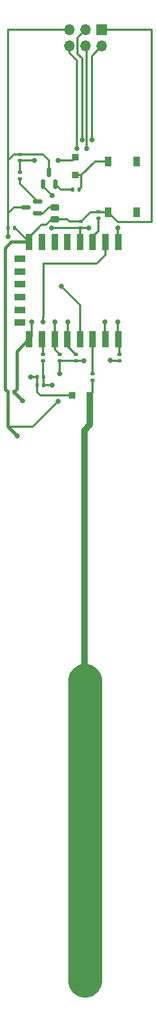
<source format=gbr>
%TF.GenerationSoftware,KiCad,Pcbnew,7.0.2*%
%TF.CreationDate,2023-05-10T22:13:46+02:00*%
%TF.ProjectId,ESPlant-Board,4553506c-616e-4742-9d42-6f6172642e6b,rev?*%
%TF.SameCoordinates,PX76c48e7PY1665c4c*%
%TF.FileFunction,Copper,L1,Top*%
%TF.FilePolarity,Positive*%
%FSLAX46Y46*%
G04 Gerber Fmt 4.6, Leading zero omitted, Abs format (unit mm)*
G04 Created by KiCad (PCBNEW 7.0.2) date 2023-05-10 22:13:46*
%MOMM*%
%LPD*%
G01*
G04 APERTURE LIST*
G04 Aperture macros list*
%AMRoundRect*
0 Rectangle with rounded corners*
0 $1 Rounding radius*
0 $2 $3 $4 $5 $6 $7 $8 $9 X,Y pos of 4 corners*
0 Add a 4 corners polygon primitive as box body*
4,1,4,$2,$3,$4,$5,$6,$7,$8,$9,$2,$3,0*
0 Add four circle primitives for the rounded corners*
1,1,$1+$1,$2,$3*
1,1,$1+$1,$4,$5*
1,1,$1+$1,$6,$7*
1,1,$1+$1,$8,$9*
0 Add four rect primitives between the rounded corners*
20,1,$1+$1,$2,$3,$4,$5,0*
20,1,$1+$1,$4,$5,$6,$7,0*
20,1,$1+$1,$6,$7,$8,$9,0*
20,1,$1+$1,$8,$9,$2,$3,0*%
G04 Aperture macros list end*
%TA.AperFunction,SMDPad,CuDef*%
%ADD10R,1.000000X1.500000*%
%TD*%
%TA.AperFunction,SMDPad,CuDef*%
%ADD11R,1.000000X2.500000*%
%TD*%
%TA.AperFunction,SMDPad,CuDef*%
%ADD12R,1.800000X1.000000*%
%TD*%
%TA.AperFunction,SMDPad,CuDef*%
%ADD13RoundRect,0.135000X-0.185000X0.135000X-0.185000X-0.135000X0.185000X-0.135000X0.185000X0.135000X0*%
%TD*%
%TA.AperFunction,SMDPad,CuDef*%
%ADD14RoundRect,0.135000X0.135000X0.185000X-0.135000X0.185000X-0.135000X-0.185000X0.135000X-0.185000X0*%
%TD*%
%TA.AperFunction,SMDPad,CuDef*%
%ADD15RoundRect,0.135000X0.185000X-0.135000X0.185000X0.135000X-0.185000X0.135000X-0.185000X-0.135000X0*%
%TD*%
%TA.AperFunction,SMDPad,CuDef*%
%ADD16RoundRect,0.150000X0.587500X0.150000X-0.587500X0.150000X-0.587500X-0.150000X0.587500X-0.150000X0*%
%TD*%
%TA.AperFunction,SMDPad,CuDef*%
%ADD17RoundRect,0.150000X0.150000X-0.587500X0.150000X0.587500X-0.150000X0.587500X-0.150000X-0.587500X0*%
%TD*%
%TA.AperFunction,ComponentPad*%
%ADD18R,1.700000X1.700000*%
%TD*%
%TA.AperFunction,ComponentPad*%
%ADD19O,1.700000X1.700000*%
%TD*%
%TA.AperFunction,SMDPad,CuDef*%
%ADD20RoundRect,0.243750X-0.456250X0.243750X-0.456250X-0.243750X0.456250X-0.243750X0.456250X0.243750X0*%
%TD*%
%TA.AperFunction,SMDPad,CuDef*%
%ADD21RoundRect,0.250000X-0.300000X0.300000X-0.300000X-0.300000X0.300000X-0.300000X0.300000X0.300000X0*%
%TD*%
%TA.AperFunction,SMDPad,CuDef*%
%ADD22RoundRect,0.250000X-0.300000X-0.300000X0.300000X-0.300000X0.300000X0.300000X-0.300000X0.300000X0*%
%TD*%
%TA.AperFunction,SMDPad,CuDef*%
%ADD23RoundRect,0.140000X0.170000X-0.140000X0.170000X0.140000X-0.170000X0.140000X-0.170000X-0.140000X0*%
%TD*%
%TA.AperFunction,SMDPad,CuDef*%
%ADD24RoundRect,0.140000X0.140000X0.170000X-0.140000X0.170000X-0.140000X-0.170000X0.140000X-0.170000X0*%
%TD*%
%TA.AperFunction,SMDPad,CuDef*%
%ADD25RoundRect,0.140000X-0.140000X-0.170000X0.140000X-0.170000X0.140000X0.170000X-0.140000X0.170000X0*%
%TD*%
%TA.AperFunction,ViaPad*%
%ADD26C,0.800000*%
%TD*%
%TA.AperFunction,Conductor*%
%ADD27C,0.300000*%
%TD*%
%TA.AperFunction,Conductor*%
%ADD28C,1.000000*%
%TD*%
%TA.AperFunction,Conductor*%
%ADD29C,0.500000*%
%TD*%
G04 APERTURE END LIST*
D10*
%TO.P,SW1,1,1*%
%TO.N,+3.3V*%
X18153001Y-32060000D03*
%TO.P,SW1,2,2*%
%TO.N,Net-(D3-A)*%
X18153001Y-24060000D03*
%TO.P,SW1,3*%
%TO.N,N/C*%
X22652873Y-32060000D03*
%TO.P,SW1,4*%
X22652873Y-24060000D03*
%TD*%
D11*
%TO.P,U1,1,~{RST}*%
%TO.N,/RST*%
X19762937Y-36744968D03*
%TO.P,U1,2,ADC*%
%TO.N,/AD0*%
X17762937Y-36744968D03*
%TO.P,U1,3,EN*%
%TO.N,Net-(U1-EN)*%
X15762937Y-36744968D03*
%TO.P,U1,4,GPIO16*%
%TO.N,/RST*%
X13762937Y-36744968D03*
%TO.P,U1,5,GPIO14*%
%TO.N,unconnected-(U1-GPIO14-Pad5)*%
X11762937Y-36744968D03*
%TO.P,U1,6,GPIO12*%
%TO.N,unconnected-(U1-GPIO12-Pad6)*%
X9762937Y-36744968D03*
%TO.P,U1,7,GPIO13*%
%TO.N,unconnected-(U1-GPIO13-Pad7)*%
X7762937Y-36744968D03*
%TO.P,U1,8,VCC*%
%TO.N,+3.3V*%
X5762937Y-36744968D03*
D12*
%TO.P,U1,9,CS0*%
%TO.N,unconnected-(U1-CS0-Pad9)*%
X4262937Y-39344968D03*
%TO.P,U1,10,MISO*%
%TO.N,unconnected-(U1-MISO-Pad10)*%
X4262937Y-41344968D03*
%TO.P,U1,11,GPIO9*%
%TO.N,unconnected-(U1-GPIO9-Pad11)*%
X4262937Y-43344968D03*
%TO.P,U1,12,GPIO10*%
%TO.N,unconnected-(U1-GPIO10-Pad12)*%
X4262937Y-45344968D03*
%TO.P,U1,13,MOSI*%
%TO.N,unconnected-(U1-MOSI-Pad13)*%
X4262937Y-47344968D03*
%TO.P,U1,14,SCLK*%
%TO.N,unconnected-(U1-SCLK-Pad14)*%
X4262937Y-49344968D03*
D11*
%TO.P,U1,15,GND*%
%TO.N,GND*%
X5762937Y-51944968D03*
%TO.P,U1,16,GPIO15*%
%TO.N,/GPIO15*%
X7762937Y-51944968D03*
%TO.P,U1,17,GPIO2*%
%TO.N,/GPIO2*%
X9762937Y-51944968D03*
%TO.P,U1,18,GPIO0*%
%TO.N,/GPIO0*%
X11762937Y-51944968D03*
%TO.P,U1,19,GPIO4*%
%TO.N,/GPIO4*%
X13762937Y-51944968D03*
%TO.P,U1,20,GPIO5*%
%TO.N,/GPIO5*%
X15762937Y-51944968D03*
%TO.P,U1,21,GPIO3/RXD*%
%TO.N,/RX*%
X17762937Y-51944968D03*
%TO.P,U1,22,GPIO1/TXD*%
%TO.N,/TX*%
X19762937Y-51944968D03*
%TD*%
D13*
%TO.P,R10,1*%
%TO.N,/GPIO4*%
X4302937Y-25760000D03*
%TO.P,R10,2*%
%TO.N,Net-(Q2-B)*%
X4302937Y-26780000D03*
%TD*%
D14*
%TO.P,R9,1*%
%TO.N,Net-(D3-A)*%
X13602937Y-28520000D03*
%TO.P,R9,2*%
%TO.N,Net-(Q1-B)*%
X12582937Y-28520000D03*
%TD*%
D15*
%TO.P,R8,2*%
%TO.N,/GPIO5*%
X15722937Y-57344484D03*
%TO.P,R8,1*%
%TO.N,/SensorCapV*%
X15722937Y-58364484D03*
%TD*%
D14*
%TO.P,R7,2*%
%TO.N,/AD0*%
X6987937Y-57884000D03*
%TO.P,R7,1*%
%TO.N,GND*%
X8007937Y-57884000D03*
%TD*%
D15*
%TO.P,R6,1*%
%TO.N,+3.3V*%
X19942937Y-55344000D03*
%TO.P,R6,2*%
%TO.N,/TX*%
X19942937Y-54324000D03*
%TD*%
D13*
%TO.P,R5,2*%
%TO.N,GND*%
X7982937Y-55350000D03*
%TO.P,R5,1*%
%TO.N,/GPIO15*%
X7982937Y-54330000D03*
%TD*%
D15*
%TO.P,R4,2*%
%TO.N,/GPIO0*%
X13066937Y-54328000D03*
%TO.P,R4,1*%
%TO.N,+3.3V*%
X13066937Y-55348000D03*
%TD*%
%TO.P,R3,2*%
%TO.N,/GPIO2*%
X10526937Y-54328000D03*
%TO.P,R3,1*%
%TO.N,+3.3V*%
X10526937Y-55348000D03*
%TD*%
D13*
%TO.P,R2,1*%
%TO.N,+3.3V*%
X16622937Y-31972000D03*
%TO.P,R2,2*%
%TO.N,Net-(U1-EN)*%
X16622937Y-32992000D03*
%TD*%
%TO.P,R1,1*%
%TO.N,+3.3V*%
X13828937Y-33530000D03*
%TO.P,R1,2*%
%TO.N,/RST*%
X13828937Y-34550000D03*
%TD*%
D16*
%TO.P,Q2,1,C*%
%TO.N,Net-(D4-K)*%
X7080437Y-32260000D03*
%TO.P,Q2,2,B*%
%TO.N,Net-(Q2-B)*%
X7080437Y-30360000D03*
%TO.P,Q2,3,E*%
%TO.N,GND*%
X5205437Y-31310000D03*
%TD*%
D17*
%TO.P,Q1,1,C*%
%TO.N,/RST*%
X7952937Y-27635000D03*
%TO.P,Q1,2,B*%
%TO.N,Net-(Q1-B)*%
X9852937Y-27635000D03*
%TO.P,Q1,3,E*%
%TO.N,GND*%
X8902937Y-25760000D03*
%TD*%
D18*
%TO.P,J2,1,Pin_1*%
%TO.N,+3.3V*%
X17182937Y-3440000D03*
D19*
%TO.P,J2,2,Pin_2*%
%TO.N,/TX*%
X17182937Y-5980000D03*
%TO.P,J2,3,Pin_3*%
%TO.N,/GPIO0*%
X14642937Y-3440000D03*
%TO.P,J2,4,Pin_4*%
%TO.N,/RX*%
X14642937Y-5980000D03*
%TO.P,J2,5,Pin_5*%
%TO.N,GND*%
X12102937Y-3440000D03*
%TO.P,J2,6,Pin_6*%
%TO.N,/GPIO2*%
X12102937Y-5980000D03*
%TD*%
D20*
%TO.P,D4,1,K*%
%TO.N,Net-(D4-K)*%
X9822937Y-31280000D03*
%TO.P,D4,2,A*%
%TO.N,+3.3V*%
X9822937Y-33155000D03*
%TD*%
D21*
%TO.P,D3,1,K*%
%TO.N,/GPIO4*%
X13042937Y-23440000D03*
%TO.P,D3,2,A*%
%TO.N,Net-(D3-A)*%
X13042937Y-26240000D03*
%TD*%
D22*
%TO.P,D2,2,A*%
%TO.N,/SensorCapV*%
X15312937Y-60720000D03*
%TO.P,D2,1,K*%
%TO.N,/AD0*%
X12512937Y-60720000D03*
%TD*%
D23*
%TO.P,C5,1*%
%TO.N,/GPIO4*%
X4302937Y-23940000D03*
%TO.P,C5,2*%
%TO.N,GND*%
X4302937Y-22980000D03*
%TD*%
D24*
%TO.P,C3,2*%
%TO.N,/AD0*%
X7037937Y-59154000D03*
%TO.P,C3,1*%
%TO.N,GND*%
X7997937Y-59154000D03*
%TD*%
%TO.P,C2,1*%
%TO.N,GND*%
X3382937Y-60260000D03*
%TO.P,C2,2*%
%TO.N,+3.3V*%
X2422937Y-60260000D03*
%TD*%
D25*
%TO.P,C1,1*%
%TO.N,GND*%
X2462937Y-34500000D03*
%TO.P,C1,2*%
%TO.N,+3.3V*%
X3422937Y-34500000D03*
%TD*%
D26*
%TO.N,/TX*%
X15606937Y-20674484D03*
%TO.N,/RX*%
X14832437Y-22087375D03*
%TO.N,/GPIO0*%
X14082937Y-20674484D03*
%TO.N,/GPIO2*%
X13298960Y-22048023D03*
%TO.N,+3.3V*%
X14336937Y-55344000D03*
X10287687Y-61708750D03*
X10526937Y-57376000D03*
%TO.N,/AD0*%
X5954937Y-57884000D03*
%TO.N,/RST*%
X19670937Y-34516000D03*
X15098937Y-34516000D03*
X9256937Y-34516000D03*
%TO.N,/GPIO4*%
X6602937Y-23920000D03*
X10780937Y-43660000D03*
%TO.N,/TX*%
X19670937Y-49248000D03*
%TO.N,/RX*%
X17638937Y-49248000D03*
%TO.N,/GPIO0*%
X11796937Y-49248000D03*
%TO.N,/GPIO2*%
X9764937Y-49248000D03*
%TO.N,/RST*%
X9362937Y-29440000D03*
%TO.N,/GPIO4*%
X10282937Y-23920000D03*
%TO.N,GND*%
X6142937Y-49220000D03*
X2462937Y-35880000D03*
X9362937Y-59154000D03*
%TO.N,/AD0*%
X7982937Y-49220000D03*
%TO.N,GND*%
X4762937Y-61640000D03*
%TO.N,+3.3V*%
X3862937Y-67140000D03*
X18562937Y-55294000D03*
%TD*%
D27*
%TO.N,+3.3V*%
X25002937Y-3440000D02*
X17182937Y-3440000D01*
X25002937Y-33580000D02*
X25002937Y-3440000D01*
X19673001Y-33580000D02*
X25002937Y-33580000D01*
X18153001Y-32060000D02*
X19673001Y-33580000D01*
%TO.N,/GPIO0*%
X14082937Y-20674484D02*
X14082937Y-7954484D01*
X14082937Y-7954484D02*
X13362937Y-7234484D01*
X13362937Y-7234484D02*
X13362937Y-4720000D01*
X13362937Y-4720000D02*
X14642937Y-3440000D01*
%TO.N,/GPIO2*%
X12102937Y-7084484D02*
X12102937Y-5980000D01*
X13298960Y-8280507D02*
X12102937Y-7084484D01*
X13298960Y-22048023D02*
X13298960Y-8280507D01*
%TO.N,/TX*%
X15606937Y-7556000D02*
X17182937Y-5980000D01*
X15606937Y-20674484D02*
X15606937Y-7556000D01*
%TO.N,GND*%
X2462937Y-3440000D02*
X12102937Y-3440000D01*
X2462937Y-23920000D02*
X2462937Y-3440000D01*
%TO.N,/SensorCapV*%
X15722937Y-60310000D02*
X15312937Y-60720000D01*
X15722937Y-58364484D02*
X15722937Y-60310000D01*
%TO.N,/GPIO5*%
X15762937Y-57304484D02*
X15722937Y-57344484D01*
X15762937Y-51944968D02*
X15762937Y-57304484D01*
D28*
%TO.N,/SensorCapV*%
X15312937Y-65350000D02*
X15312937Y-60720000D01*
X14422937Y-66240000D02*
X15312937Y-65350000D01*
D27*
%TO.N,/AD0*%
X7522937Y-60720000D02*
X12512937Y-60720000D01*
X7037937Y-60235000D02*
X7522937Y-60720000D01*
X7037937Y-59154000D02*
X7037937Y-60235000D01*
%TO.N,/RX*%
X14832437Y-6169500D02*
X14642937Y-5980000D01*
X14832437Y-22087375D02*
X14832437Y-6169500D01*
%TO.N,+3.3V*%
X3517969Y-34500000D02*
X5762937Y-36744968D01*
X3422937Y-34500000D02*
X3517969Y-34500000D01*
D28*
%TO.N,/SensorCapV*%
X14422937Y-100280000D02*
X14422937Y-104420000D01*
X14422937Y-86020000D02*
X14422937Y-100280000D01*
X14422937Y-66240000D02*
X14422937Y-86020000D01*
D27*
%TO.N,+3.3V*%
X14332937Y-55348000D02*
X14336937Y-55344000D01*
X13066937Y-55348000D02*
X14332937Y-55348000D01*
X10526937Y-55348000D02*
X13066937Y-55348000D01*
X6296437Y-65700000D02*
X2422937Y-65700000D01*
X10287687Y-61708750D02*
X6296437Y-65700000D01*
X10526937Y-57284000D02*
X10526937Y-57376000D01*
X10526937Y-55348000D02*
X10526937Y-57284000D01*
%TO.N,/GPIO15*%
X7982937Y-52164968D02*
X7762937Y-51944968D01*
X7982937Y-54330000D02*
X7982937Y-52164968D01*
%TO.N,/GPIO2*%
X9762937Y-53564000D02*
X9762937Y-51944968D01*
X10526937Y-54328000D02*
X9762937Y-53564000D01*
%TO.N,/GPIO0*%
X11762937Y-53024000D02*
X11762937Y-51944968D01*
X13066937Y-54328000D02*
X11762937Y-53024000D01*
%TO.N,GND*%
X9362937Y-59154000D02*
X7997937Y-59154000D01*
X7997937Y-57894000D02*
X8007937Y-57884000D01*
X7997937Y-59154000D02*
X7997937Y-57894000D01*
X7982937Y-55350000D02*
X7982937Y-57859000D01*
X7982937Y-57859000D02*
X8007937Y-57884000D01*
%TO.N,/AD0*%
X6987937Y-59104000D02*
X7037937Y-59154000D01*
X6987937Y-57884000D02*
X6987937Y-59104000D01*
X5954937Y-57884000D02*
X6987937Y-57884000D01*
%TO.N,/RST*%
X19670937Y-36652968D02*
X19762937Y-36744968D01*
X19670937Y-34516000D02*
X19670937Y-36652968D01*
%TO.N,Net-(U1-EN)*%
X16622937Y-32992000D02*
X16622937Y-35024000D01*
%TO.N,+3.3V*%
X16710937Y-32060000D02*
X16622937Y-31972000D01*
X18153001Y-32060000D02*
X16710937Y-32060000D01*
X16534937Y-32060000D02*
X16622937Y-31972000D01*
X15432937Y-32060000D02*
X16534937Y-32060000D01*
%TO.N,Net-(U1-EN)*%
X15762937Y-35884000D02*
X16622937Y-35024000D01*
X15762937Y-36744968D02*
X15762937Y-35884000D01*
%TO.N,/RST*%
X15064937Y-34550000D02*
X15098937Y-34516000D01*
X13828937Y-34550000D02*
X15064937Y-34550000D01*
X13794937Y-34516000D02*
X13828937Y-34550000D01*
X9256937Y-34516000D02*
X13794937Y-34516000D01*
X13762937Y-34616000D02*
X13828937Y-34550000D01*
X13762937Y-36744968D02*
X13762937Y-34616000D01*
%TO.N,/GPIO4*%
X13762937Y-46642000D02*
X10780937Y-43660000D01*
X13762937Y-51944968D02*
X13762937Y-46642000D01*
%TO.N,/AD0*%
X7986937Y-48486000D02*
X7986937Y-40104000D01*
X17762937Y-38710000D02*
X17762937Y-36744968D01*
X7982937Y-48490000D02*
X7986937Y-48486000D01*
X16368937Y-40104000D02*
X17762937Y-38710000D01*
X7982937Y-49220000D02*
X7982937Y-48490000D01*
X7986937Y-40104000D02*
X16368937Y-40104000D01*
%TO.N,+3.3V*%
X5762937Y-35994968D02*
X7717905Y-34040000D01*
X5762937Y-36744968D02*
X5762937Y-35994968D01*
X7717905Y-34040000D02*
X8442937Y-34040000D01*
%TO.N,/TX*%
X19670937Y-49248000D02*
X19670937Y-51852968D01*
X19670937Y-51852968D02*
X19762937Y-51944968D01*
%TO.N,/RX*%
X17638937Y-51820968D02*
X17762937Y-51944968D01*
X17638937Y-49248000D02*
X17638937Y-51820968D01*
%TO.N,/GPIO0*%
X11796937Y-49248000D02*
X11796937Y-51910968D01*
%TO.N,/GPIO2*%
X9764937Y-49248000D02*
X9764937Y-51942968D01*
%TO.N,GND*%
X6142937Y-49220000D02*
X6142937Y-51564968D01*
X6142937Y-51564968D02*
X5762937Y-51944968D01*
%TO.N,/RST*%
X7952937Y-28030000D02*
X9362937Y-29440000D01*
X7952937Y-27635000D02*
X7952937Y-28030000D01*
%TO.N,+3.3V*%
X15432937Y-32060000D02*
X13962937Y-33530000D01*
X12122937Y-33530000D02*
X13962937Y-33530000D01*
X11747937Y-33155000D02*
X12122937Y-33530000D01*
X9822937Y-33155000D02*
X11747937Y-33155000D01*
X9327937Y-33155000D02*
X8442937Y-34040000D01*
X9822937Y-33155000D02*
X9327937Y-33155000D01*
%TO.N,/GPIO4*%
X12562937Y-23920000D02*
X13042937Y-23440000D01*
X6582937Y-23940000D02*
X6602937Y-23920000D01*
X10282937Y-23920000D02*
X12562937Y-23920000D01*
X4302937Y-23940000D02*
X6582937Y-23940000D01*
X4302937Y-25760000D02*
X4302937Y-23940000D01*
%TO.N,Net-(Q2-B)*%
X4302937Y-27582500D02*
X4302937Y-26780000D01*
X7080437Y-30360000D02*
X4302937Y-27582500D01*
%TO.N,Net-(D4-K)*%
X8902937Y-31280000D02*
X9822937Y-31280000D01*
X7080437Y-32260000D02*
X7922937Y-32260000D01*
X7922937Y-32260000D02*
X8902937Y-31280000D01*
%TO.N,Net-(Q1-B)*%
X10737937Y-28520000D02*
X9852937Y-27635000D01*
X12582937Y-28520000D02*
X10737937Y-28520000D01*
%TO.N,Net-(D3-A)*%
X13942937Y-28180000D02*
X13602937Y-28520000D01*
X13942937Y-26240000D02*
X13942937Y-28180000D01*
X13042937Y-26240000D02*
X13942937Y-26240000D01*
X16122937Y-24060000D02*
X18153001Y-24060000D01*
X13942937Y-26240000D02*
X16122937Y-24060000D01*
%TO.N,GND*%
X8902937Y-23920000D02*
X8902937Y-25760000D01*
X7962937Y-22980000D02*
X8902937Y-23920000D01*
X4302937Y-22980000D02*
X7962937Y-22980000D01*
X2462937Y-23920000D02*
X3402937Y-22980000D01*
X3402937Y-22980000D02*
X4302937Y-22980000D01*
X2462937Y-32200000D02*
X2462937Y-23920000D01*
X3352937Y-31310000D02*
X5205437Y-31310000D01*
X2462937Y-32200000D02*
X3352937Y-31310000D01*
X2462937Y-34500000D02*
X2462937Y-32200000D01*
X2462937Y-34500000D02*
X2462937Y-35880000D01*
D29*
X4762937Y-61640000D02*
X3382937Y-60260000D01*
%TO.N,+3.3V*%
X2422937Y-65700000D02*
X2422937Y-60260000D01*
X3862937Y-67140000D02*
X2422937Y-65700000D01*
%TO.N,GND*%
X3842937Y-59800000D02*
X3382937Y-60260000D01*
X3842937Y-53864968D02*
X3842937Y-59800000D01*
X5762937Y-51944968D02*
X3842937Y-53864968D01*
%TO.N,+3.3V*%
X2002937Y-37720000D02*
X2002937Y-59840000D01*
X2977969Y-36744968D02*
X2002937Y-37720000D01*
X2002937Y-59840000D02*
X2422937Y-60260000D01*
X5762937Y-36744968D02*
X2977969Y-36744968D01*
D27*
%TO.N,/TX*%
X19942937Y-52124968D02*
X19762937Y-51944968D01*
X19942937Y-54230000D02*
X19942937Y-52124968D01*
%TO.N,+3.3V*%
X19942937Y-55344000D02*
X18612937Y-55344000D01*
%TD*%
%TA.AperFunction,Conductor*%
%TO.N,/SensorCapV*%
G36*
X14589489Y-102849446D02*
G01*
X14607013Y-102850505D01*
X14891900Y-102867738D01*
X14895638Y-102868078D01*
X14907128Y-102869473D01*
X14910850Y-102870039D01*
X15208847Y-102924650D01*
X15212522Y-102925439D01*
X15223751Y-102928207D01*
X15227381Y-102929218D01*
X15516638Y-103019355D01*
X15520163Y-103020571D01*
X15530990Y-103024678D01*
X15534466Y-103026118D01*
X15810734Y-103150456D01*
X15814129Y-103152109D01*
X15824370Y-103157484D01*
X15827658Y-103159339D01*
X16086903Y-103316058D01*
X16090073Y-103318107D01*
X16099590Y-103324676D01*
X16102631Y-103326914D01*
X16341105Y-103513746D01*
X16344002Y-103516160D01*
X16352662Y-103523831D01*
X16355414Y-103526422D01*
X16569614Y-103740622D01*
X16572205Y-103743374D01*
X16579876Y-103752034D01*
X16582290Y-103754931D01*
X16769122Y-103993405D01*
X16771360Y-103996446D01*
X16777929Y-104005963D01*
X16779978Y-104009133D01*
X16936697Y-104268378D01*
X16938552Y-104271666D01*
X16943927Y-104281907D01*
X16945580Y-104285302D01*
X17069918Y-104561570D01*
X17071360Y-104565052D01*
X17075455Y-104575846D01*
X17076689Y-104579421D01*
X17166816Y-104868650D01*
X17167829Y-104872285D01*
X17170597Y-104883514D01*
X17171390Y-104887207D01*
X17225995Y-105185175D01*
X17226563Y-105188908D01*
X17227958Y-105200398D01*
X17228300Y-105204158D01*
X17246648Y-105507506D01*
X17246733Y-105509378D01*
X17246908Y-105515130D01*
X17246937Y-105517031D01*
X17246937Y-152505168D01*
X17246908Y-152507069D01*
X17246733Y-152512821D01*
X17246648Y-152514693D01*
X17228300Y-152818041D01*
X17227958Y-152821801D01*
X17226563Y-152833291D01*
X17225995Y-152837024D01*
X17171390Y-153134992D01*
X17170597Y-153138685D01*
X17167829Y-153149914D01*
X17166816Y-153153549D01*
X17076689Y-153442778D01*
X17075455Y-153446353D01*
X17071360Y-153457147D01*
X17069918Y-153460629D01*
X16945580Y-153736897D01*
X16943927Y-153740292D01*
X16938552Y-153750533D01*
X16936697Y-153753821D01*
X16779978Y-154013066D01*
X16777929Y-154016236D01*
X16771360Y-154025753D01*
X16769122Y-154028794D01*
X16582290Y-154267268D01*
X16579876Y-154270165D01*
X16572205Y-154278825D01*
X16569614Y-154281577D01*
X16355414Y-154495777D01*
X16352662Y-154498368D01*
X16344002Y-154506039D01*
X16341105Y-154508453D01*
X16102631Y-154695285D01*
X16099590Y-154697523D01*
X16090073Y-154704092D01*
X16086903Y-154706141D01*
X15827658Y-154862860D01*
X15824370Y-154864715D01*
X15814129Y-154870090D01*
X15810734Y-154871743D01*
X15534466Y-154996081D01*
X15530984Y-154997523D01*
X15520190Y-155001618D01*
X15516615Y-155002852D01*
X15227386Y-155092979D01*
X15223751Y-155093992D01*
X15212522Y-155096760D01*
X15208829Y-155097553D01*
X14910861Y-155152158D01*
X14907128Y-155152726D01*
X14895638Y-155154121D01*
X14891879Y-155154463D01*
X14589490Y-155172754D01*
X14585716Y-155172868D01*
X14574158Y-155172868D01*
X14570384Y-155172754D01*
X14267994Y-155154463D01*
X14264235Y-155154121D01*
X14252745Y-155152726D01*
X14249012Y-155152158D01*
X13951044Y-155097553D01*
X13947351Y-155096760D01*
X13936122Y-155093992D01*
X13932487Y-155092979D01*
X13643258Y-155002852D01*
X13639691Y-155001620D01*
X13635116Y-154999885D01*
X13628889Y-154997523D01*
X13625407Y-154996081D01*
X13349139Y-154871743D01*
X13345744Y-154870090D01*
X13335503Y-154864715D01*
X13332215Y-154862860D01*
X13072970Y-154706141D01*
X13069800Y-154704092D01*
X13060283Y-154697523D01*
X13057242Y-154695285D01*
X12818768Y-154508453D01*
X12815871Y-154506039D01*
X12807211Y-154498368D01*
X12804459Y-154495777D01*
X12590259Y-154281577D01*
X12587668Y-154278825D01*
X12579997Y-154270165D01*
X12577583Y-154267268D01*
X12390751Y-154028794D01*
X12388513Y-154025753D01*
X12381944Y-154016236D01*
X12379895Y-154013066D01*
X12223176Y-153753821D01*
X12221321Y-153750533D01*
X12215946Y-153740292D01*
X12214293Y-153736897D01*
X12089955Y-153460629D01*
X12088513Y-153457147D01*
X12084408Y-153446326D01*
X12083192Y-153442801D01*
X11993055Y-153153544D01*
X11992044Y-153149914D01*
X11989276Y-153138685D01*
X11988487Y-153135010D01*
X11933876Y-152837013D01*
X11933310Y-152833291D01*
X11931915Y-152821801D01*
X11931575Y-152818063D01*
X11913225Y-152514693D01*
X11913140Y-152512810D01*
X11912966Y-152507058D01*
X11912937Y-152505168D01*
X11912937Y-105517031D01*
X11912966Y-105515141D01*
X11913140Y-105509389D01*
X11913225Y-105507506D01*
X11931575Y-105204133D01*
X11931915Y-105200398D01*
X11933310Y-105188908D01*
X11933875Y-105185191D01*
X11988488Y-104887182D01*
X11989276Y-104883514D01*
X11992044Y-104872285D01*
X11993057Y-104868650D01*
X12083195Y-104579388D01*
X12084405Y-104575883D01*
X12088520Y-104565034D01*
X12089949Y-104561584D01*
X12214298Y-104285289D01*
X12215939Y-104281921D01*
X12221323Y-104271661D01*
X12223176Y-104268378D01*
X12379895Y-104009133D01*
X12381934Y-104005977D01*
X12388529Y-103996424D01*
X12390739Y-103993421D01*
X12577596Y-103754915D01*
X12579983Y-103752050D01*
X12587683Y-103743357D01*
X12590242Y-103740639D01*
X12804476Y-103526405D01*
X12807194Y-103523846D01*
X12815887Y-103516146D01*
X12818752Y-103513759D01*
X13057258Y-103326902D01*
X13060261Y-103324692D01*
X13069814Y-103318097D01*
X13072970Y-103316058D01*
X13332215Y-103159339D01*
X13335503Y-103157484D01*
X13345758Y-103152102D01*
X13349126Y-103150461D01*
X13625421Y-103026112D01*
X13628871Y-103024683D01*
X13639720Y-103020568D01*
X13643225Y-103019358D01*
X13932501Y-102929216D01*
X13936122Y-102928207D01*
X13937688Y-102927820D01*
X13947360Y-102925437D01*
X13951019Y-102924651D01*
X14249028Y-102870038D01*
X14252745Y-102869473D01*
X14260945Y-102868477D01*
X14264238Y-102868077D01*
X14267970Y-102867738D01*
X14554217Y-102850423D01*
X14570385Y-102849446D01*
X14574158Y-102849332D01*
X14585716Y-102849332D01*
X14589489Y-102849446D01*
G37*
%TD.AperFunction*%
%TD*%
M02*

</source>
